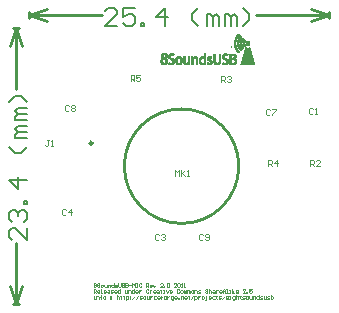
<source format=gto>
%FSLAX24Y24*%
%MOIN*%
G70*
G01*
G75*
%ADD10R,0.0433X0.0394*%
%ADD11R,0.0394X0.0433*%
%ADD12R,0.0827X0.0827*%
%ADD13O,0.0157X0.0094*%
%ADD14O,0.0094X0.0157*%
%ADD15C,0.0100*%
%ADD16C,0.1969*%
%ADD17C,0.0591*%
%ADD18C,0.0394*%
%ADD19C,0.0240*%
%ADD20R,0.0299X0.2835*%
%ADD21C,0.0098*%
%ADD22C,0.0005*%
%ADD23C,0.0020*%
%ADD24C,0.0060*%
D15*
X5926Y3531D02*
G03*
X5926Y3531I-1909J0D01*
G01*
X-1063Y8563D02*
X1378D01*
X6496D02*
X8937D01*
X-1063D02*
X-463Y8763D01*
X-1063Y8563D02*
X-463Y8363D01*
X8337Y8763D02*
X8937Y8563D01*
X8337Y8363D02*
X8937Y8563D01*
X-1063Y8463D02*
Y8663D01*
X8937Y8463D02*
Y8663D01*
X-1496Y-1063D02*
Y984D01*
Y6103D02*
Y8150D01*
X-1696Y-463D02*
X-1496Y-1063D01*
X-1296Y-463D01*
X-1696Y7550D02*
X-1496Y8150D01*
X-1296Y7550D01*
X-1596Y-1063D02*
X-1396D01*
X-1596Y8150D02*
X-1396D01*
D21*
X1056Y4300D02*
G03*
X1056Y4300I-49J0D01*
G01*
D22*
X5981Y6938D02*
X6439D01*
X5408D02*
X5487D01*
X5151D02*
X5230D01*
X4893D02*
X4967D01*
X4662D02*
X4730D01*
X4126D02*
X4184D01*
X3879D02*
X3947D01*
X3611D02*
X3690D01*
X3379D02*
X3458D01*
X5981Y6943D02*
X6439D01*
X5613D02*
X5755D01*
X5393D02*
X5503D01*
X5130D02*
X5251D01*
X4878D02*
X4983D01*
X4762D02*
X4814D01*
X4652D02*
X4746D01*
X4494D02*
X4546D01*
X4341D02*
X4389D01*
X4231D02*
X4278D01*
X4110D02*
X4199D01*
X3863D02*
X3963D01*
X3595D02*
X3705D01*
X3364D02*
X3479D01*
X5987Y6948D02*
X6434D01*
X5613D02*
X5776D01*
X5382D02*
X5519D01*
X5119D02*
X5261D01*
X4867D02*
X4993D01*
X4762D02*
X4814D01*
X4641D02*
X4757D01*
X4494D02*
X4546D01*
X4341D02*
X4389D01*
X4231D02*
X4278D01*
X4100D02*
X4205D01*
X3853D02*
X3973D01*
X3584D02*
X3721D01*
X3353D02*
X3490D01*
X5987Y6954D02*
X6434D01*
X5613D02*
X5787D01*
X5372D02*
X5524D01*
X5109D02*
X5272D01*
X4857D02*
X4998D01*
X4631D02*
X4814D01*
X4494D02*
X4546D01*
X4341D02*
X4389D01*
X4231D02*
X4278D01*
X4094D02*
X4215D01*
X3842D02*
X3984D01*
X3574D02*
X3726D01*
X3343D02*
X3495D01*
X5987Y6959D02*
X6434D01*
X5613D02*
X5797D01*
X5366D02*
X5535D01*
X5104D02*
X5277D01*
X4857D02*
X5004D01*
X4625D02*
X4814D01*
X4494D02*
X4546D01*
X4341D02*
X4389D01*
X4231D02*
X4278D01*
X4089D02*
X4220D01*
X3837D02*
X3989D01*
X3569D02*
X3737D01*
X3337D02*
X3506D01*
X5992Y6964D02*
X6428D01*
X5613D02*
X5803D01*
X5372D02*
X5540D01*
X5098D02*
X5282D01*
X4857D02*
X5009D01*
X4620D02*
X4814D01*
X4494D02*
X4546D01*
X4341D02*
X4389D01*
X4231D02*
X4278D01*
X4084D02*
X4226D01*
X3832D02*
X3994D01*
X3574D02*
X3742D01*
X3332D02*
X3511D01*
X5992Y6969D02*
X6428D01*
X5613D02*
X5808D01*
X5372D02*
X5545D01*
X5093D02*
X5288D01*
X4857D02*
X5014D01*
X4615D02*
X4814D01*
X4494D02*
X4546D01*
X4341D02*
X4389D01*
X4084D02*
X4278D01*
X3826D02*
X4000D01*
X3574D02*
X3747D01*
X3327D02*
X3516D01*
X5992Y6975D02*
X6428D01*
X5613D02*
X5813D01*
X5377D02*
X5550D01*
X5088D02*
X5293D01*
X4946D02*
X5014D01*
X4862D02*
X4925D01*
X4730D02*
X4814D01*
X4615D02*
X4704D01*
X4494D02*
X4546D01*
X4341D02*
X4389D01*
X4178D02*
X4278D01*
X4079D02*
X4157D01*
X3926D02*
X4005D01*
X3821D02*
X3900D01*
X3579D02*
X3753D01*
X3327D02*
X3516D01*
X5992Y6980D02*
X6423D01*
X5724D02*
X5819D01*
X5613D02*
X5677D01*
X5472D02*
X5550D01*
X5377D02*
X5440D01*
X5203D02*
X5298D01*
X5083D02*
X5177D01*
X4956D02*
X5020D01*
X4862D02*
X4909D01*
X4741D02*
X4814D01*
X4609D02*
X4683D01*
X4494D02*
X4546D01*
X4341D02*
X4389D01*
X4194D02*
X4278D01*
X4079D02*
X4142D01*
X3942D02*
X4010D01*
X3821D02*
X3884D01*
X3674D02*
X3753D01*
X3579D02*
X3642D01*
X3432D02*
X3521D01*
X3322D02*
X3411D01*
X5997Y6985D02*
X6423D01*
X5745D02*
X5824D01*
X5613D02*
X5666D01*
X5487D02*
X5556D01*
X5377D02*
X5419D01*
X5225D02*
X5303D01*
X5083D02*
X5161D01*
X4962D02*
X5020D01*
X4862D02*
X4899D01*
X4751D02*
X4814D01*
X4604D02*
X4673D01*
X4494D02*
X4546D01*
X4341D02*
X4389D01*
X4205D02*
X4278D01*
X4073D02*
X4136D01*
X3947D02*
X4010D01*
X3816D02*
X3879D01*
X3690D02*
X3758D01*
X3579D02*
X3621D01*
X3448D02*
X3527D01*
X3322D02*
X3395D01*
X6286Y6990D02*
X6423D01*
X5997D02*
X6255D01*
X5755D02*
X5829D01*
X5613D02*
X5666D01*
X5493D02*
X5556D01*
X5382D02*
X5408D01*
X5235D02*
X5303D01*
X5077D02*
X5151D01*
X4967D02*
X5020D01*
X4867D02*
X4888D01*
X4762D02*
X4814D01*
X4604D02*
X4667D01*
X4494D02*
X4546D01*
X4341D02*
X4389D01*
X4210D02*
X4278D01*
X4073D02*
X4131D01*
X3952D02*
X4015D01*
X3816D02*
X3874D01*
X3695D02*
X3758D01*
X3584D02*
X3611D01*
X3458D02*
X3527D01*
X3316D02*
X3385D01*
X6286Y6996D02*
X6423D01*
X5997D02*
X6255D01*
X5766D02*
X5829D01*
X5613D02*
X5666D01*
X5498D02*
X5561D01*
X5382D02*
X5398D01*
X5240D02*
X5309D01*
X5077D02*
X5146D01*
X4972D02*
X5025D01*
X4867D02*
X4878D01*
X4762D02*
X4814D01*
X4599D02*
X4662D01*
X4494D02*
X4546D01*
X4341D02*
X4389D01*
X4215D02*
X4278D01*
X4073D02*
X4126D01*
X3958D02*
X4015D01*
X3810D02*
X3868D01*
X3700D02*
X3763D01*
X3584D02*
X3600D01*
X3464D02*
X3527D01*
X3316D02*
X3379D01*
X6286Y7001D02*
X6418D01*
X6002D02*
X6229D01*
X5771D02*
X5834D01*
X5613D02*
X5666D01*
X5503D02*
X5561D01*
X5246D02*
X5309D01*
X5077D02*
X5140D01*
X4972D02*
X5025D01*
X4762D02*
X4814D01*
X4599D02*
X4657D01*
X4494D02*
X4546D01*
X4341D02*
X4389D01*
X4220D02*
X4278D01*
X4073D02*
X4126D01*
X3963D02*
X4021D01*
X3810D02*
X3863D01*
X3705D02*
X3763D01*
X3469D02*
X3532D01*
X3316D02*
X3374D01*
X6286Y7006D02*
X6418D01*
X6229D02*
X6234D01*
X6002D02*
X6218D01*
X5776D02*
X5834D01*
X5613D02*
X5666D01*
X5508D02*
X5566D01*
X5251D02*
X5309D01*
X5072D02*
X5135D01*
X4972D02*
X5025D01*
X4762D02*
X4814D01*
X4594D02*
X4652D01*
X4494D02*
X4546D01*
X4341D02*
X4389D01*
X4226D02*
X4278D01*
X4068D02*
X4121D01*
X3963D02*
X4021D01*
X3805D02*
X3863D01*
X3711D02*
X3768D01*
X3474D02*
X3532D01*
X3311D02*
X3374D01*
X6286Y7011D02*
X6418D01*
X6223D02*
X6255D01*
X6002D02*
X6213D01*
X5776D02*
X5834D01*
X5613D02*
X5666D01*
X5508D02*
X5566D01*
X5256D02*
X5314D01*
X5072D02*
X5130D01*
X4972D02*
X5025D01*
X4762D02*
X4814D01*
X4594D02*
X4652D01*
X4494D02*
X4546D01*
X4341D02*
X4389D01*
X4226D02*
X4278D01*
X4068D02*
X4121D01*
X3968D02*
X4021D01*
X3805D02*
X3858D01*
X3711D02*
X3768D01*
X3474D02*
X3532D01*
X3311D02*
X3369D01*
X6218Y7017D02*
X6413D01*
X6002D02*
X6207D01*
X5782D02*
X5840D01*
X5613D02*
X5666D01*
X5514D02*
X5566D01*
X5256D02*
X5314D01*
X5072D02*
X5130D01*
X4972D02*
X5025D01*
X4762D02*
X4814D01*
X4594D02*
X4646D01*
X4494D02*
X4546D01*
X4341D02*
X4389D01*
X4231D02*
X4278D01*
X4068D02*
X4121D01*
X3968D02*
X4026D01*
X3805D02*
X3858D01*
X3716D02*
X3768D01*
X3479D02*
X3537D01*
X3311D02*
X3369D01*
X6213Y7022D02*
X6413D01*
X6118D02*
X6202D01*
X6008D02*
X6097D01*
X5782D02*
X5840D01*
X5613D02*
X5666D01*
X5514D02*
X5566D01*
X5261D02*
X5314D01*
X5072D02*
X5125D01*
X4967D02*
X5025D01*
X4762D02*
X4814D01*
X4594D02*
X4646D01*
X4494D02*
X4546D01*
X4341D02*
X4389D01*
X4231D02*
X4278D01*
X4068D02*
X4121D01*
X3973D02*
X4026D01*
X3800D02*
X3853D01*
X3716D02*
X3768D01*
X3479D02*
X3537D01*
X3311D02*
X3364D01*
X6307Y7027D02*
X6413D01*
X6207D02*
X6302D01*
X6129D02*
X6197D01*
X6008D02*
X6097D01*
X5782D02*
X5840D01*
X5613D02*
X5666D01*
X5514D02*
X5566D01*
X5261D02*
X5314D01*
X5067D02*
X5125D01*
X4962D02*
X5020D01*
X4762D02*
X4814D01*
X4588D02*
X4646D01*
X4494D02*
X4546D01*
X4341D02*
X4389D01*
X4231D02*
X4278D01*
X4068D02*
X4121D01*
X3973D02*
X4026D01*
X3800D02*
X3853D01*
X3716D02*
X3768D01*
X3479D02*
X3537D01*
X3311D02*
X3364D01*
X6313Y7032D02*
X6413D01*
X6207D02*
X6302D01*
X6129D02*
X6197D01*
X6008D02*
X6092D01*
X5782D02*
X5840D01*
X5613D02*
X5666D01*
X5514D02*
X5566D01*
X5261D02*
X5314D01*
X5067D02*
X5125D01*
X4956D02*
X5020D01*
X4762D02*
X4814D01*
X4588D02*
X4641D01*
X4494D02*
X4546D01*
X4341D02*
X4389D01*
X4231D02*
X4278D01*
X4068D02*
X4121D01*
X3973D02*
X4026D01*
X3800D02*
X3853D01*
X3716D02*
X3768D01*
X3479D02*
X3537D01*
X3311D02*
X3364D01*
X6323Y7038D02*
X6407D01*
X6202D02*
X6307D01*
X6134D02*
X6186D01*
X6013D02*
X6092D01*
X5782D02*
X5840D01*
X5613D02*
X5666D01*
X5514D02*
X5566D01*
X5261D02*
X5314D01*
X5067D02*
X5119D01*
X4951D02*
X5020D01*
X4762D02*
X4814D01*
X4588D02*
X4641D01*
X4494D02*
X4546D01*
X4341D02*
X4389D01*
X4231D02*
X4278D01*
X4068D02*
X4121D01*
X3979D02*
X4031D01*
X3800D02*
X3853D01*
X3716D02*
X3768D01*
X3485D02*
X3537D01*
X3311D02*
X3364D01*
X6323Y7043D02*
X6407D01*
X6013D02*
X6092D01*
X5787D02*
X5840D01*
X5613D02*
X5666D01*
X5514D02*
X5566D01*
X5261D02*
X5314D01*
X5067D02*
X5119D01*
X4946D02*
X5014D01*
X4762D02*
X4814D01*
X4588D02*
X4641D01*
X4494D02*
X4546D01*
X4341D02*
X4389D01*
X4231D02*
X4278D01*
X4068D02*
X4121D01*
X3979D02*
X4031D01*
X3800D02*
X3853D01*
X3716D02*
X3768D01*
X3485D02*
X3537D01*
X3311D02*
X3364D01*
X6318Y7048D02*
X6407D01*
X6165D02*
X6302D01*
X6129D02*
X6160D01*
X6013D02*
X6092D01*
X5787D02*
X5840D01*
X5613D02*
X5666D01*
X5514D02*
X5566D01*
X5261D02*
X5314D01*
X5067D02*
X5119D01*
X4935D02*
X5014D01*
X4762D02*
X4814D01*
X4588D02*
X4641D01*
X4494D02*
X4546D01*
X4341D02*
X4389D01*
X4231D02*
X4278D01*
X4068D02*
X4121D01*
X3979D02*
X4031D01*
X3800D02*
X3853D01*
X3716D02*
X3768D01*
X3479D02*
X3537D01*
X3311D02*
X3364D01*
X6313Y7053D02*
X6402D01*
X6171D02*
X6302D01*
X6129D02*
X6165D01*
X6018D02*
X6092D01*
X5787D02*
X5840D01*
X5613D02*
X5666D01*
X5508D02*
X5566D01*
X5261D02*
X5314D01*
X5067D02*
X5119D01*
X4925D02*
X5009D01*
X4762D02*
X4814D01*
X4588D02*
X4641D01*
X4494D02*
X4546D01*
X4341D02*
X4389D01*
X4231D02*
X4278D01*
X4068D02*
X4121D01*
X3979D02*
X4031D01*
X3800D02*
X3847D01*
X3711D02*
X3768D01*
X3479D02*
X3537D01*
X3311D02*
X3364D01*
X6176Y7059D02*
X6402D01*
X6123D02*
X6171D01*
X6018D02*
X6102D01*
X5782D02*
X5840D01*
X5613D02*
X5666D01*
X5508D02*
X5566D01*
X5261D02*
X5314D01*
X5067D02*
X5119D01*
X4914D02*
X5004D01*
X4762D02*
X4814D01*
X4588D02*
X4641D01*
X4494D02*
X4546D01*
X4341D02*
X4389D01*
X4231D02*
X4278D01*
X4068D02*
X4121D01*
X3979D02*
X4031D01*
X3795D02*
X3847D01*
X3711D02*
X3768D01*
X3479D02*
X3537D01*
X3311D02*
X3364D01*
X6181Y7064D02*
X6402D01*
X6113D02*
X6176D01*
X6018D02*
X6108D01*
X5782D02*
X5840D01*
X5613D02*
X5666D01*
X5503D02*
X5561D01*
X5261D02*
X5314D01*
X5067D02*
X5119D01*
X4904D02*
X4998D01*
X4762D02*
X4814D01*
X4588D02*
X4641D01*
X4494D02*
X4546D01*
X4341D02*
X4389D01*
X4231D02*
X4278D01*
X4068D02*
X4121D01*
X3979D02*
X4031D01*
X3795D02*
X3847D01*
X3705D02*
X3763D01*
X3479D02*
X3532D01*
X3311D02*
X3369D01*
X6234Y7069D02*
X6402D01*
X6192D02*
X6229D01*
X6018D02*
X6181D01*
X5782D02*
X5834D01*
X5613D02*
X5666D01*
X5498D02*
X5561D01*
X5261D02*
X5314D01*
X5067D02*
X5119D01*
X4893D02*
X4993D01*
X4762D02*
X4814D01*
X4588D02*
X4641D01*
X4494D02*
X4546D01*
X4341D02*
X4389D01*
X4231D02*
X4278D01*
X4068D02*
X4121D01*
X3979D02*
X4031D01*
X3795D02*
X3847D01*
X3700D02*
X3763D01*
X3474D02*
X3532D01*
X3311D02*
X3369D01*
X6244Y7074D02*
X6397D01*
X6192D02*
X6223D01*
X6024D02*
X6186D01*
X5782D02*
X5834D01*
X5613D02*
X5666D01*
X5493D02*
X5561D01*
X5261D02*
X5314D01*
X5067D02*
X5119D01*
X4883D02*
X4983D01*
X4762D02*
X4814D01*
X4588D02*
X4641D01*
X4494D02*
X4546D01*
X4341D02*
X4389D01*
X4231D02*
X4278D01*
X4068D02*
X4121D01*
X3979D02*
X4031D01*
X3795D02*
X3847D01*
X3695D02*
X3763D01*
X3474D02*
X3532D01*
X3316D02*
X3369D01*
X6250Y7080D02*
X6397D01*
X6024D02*
X6192D01*
X5776D02*
X5834D01*
X5613D02*
X5666D01*
X5487D02*
X5556D01*
X5261D02*
X5314D01*
X5067D02*
X5119D01*
X4878D02*
X4972D01*
X4762D02*
X4814D01*
X4588D02*
X4641D01*
X4494D02*
X4546D01*
X4341D02*
X4389D01*
X4231D02*
X4278D01*
X4068D02*
X4121D01*
X3979D02*
X4031D01*
X3800D02*
X3847D01*
X3690D02*
X3758D01*
X3469D02*
X3527D01*
X3316D02*
X3374D01*
X6250Y7085D02*
X6397D01*
X6024D02*
X6197D01*
X5776D02*
X5829D01*
X5613D02*
X5666D01*
X5477D02*
X5556D01*
X5261D02*
X5314D01*
X5067D02*
X5119D01*
X4872D02*
X4962D01*
X4762D02*
X4814D01*
X4588D02*
X4641D01*
X4494D02*
X4546D01*
X4341D02*
X4389D01*
X4231D02*
X4278D01*
X4068D02*
X4121D01*
X3979D02*
X4031D01*
X3800D02*
X3853D01*
X3679D02*
X3758D01*
X3464D02*
X3527D01*
X3322D02*
X3379D01*
X6250Y7090D02*
X6391D01*
X6029D02*
X6229D01*
X5771D02*
X5829D01*
X5613D02*
X5666D01*
X5466D02*
X5550D01*
X5261D02*
X5314D01*
X5067D02*
X5119D01*
X4867D02*
X4951D01*
X4762D02*
X4814D01*
X4588D02*
X4641D01*
X4494D02*
X4546D01*
X4341D02*
X4389D01*
X4231D02*
X4278D01*
X4068D02*
X4121D01*
X3979D02*
X4031D01*
X3800D02*
X3853D01*
X3669D02*
X3753D01*
X3458D02*
X3521D01*
X3322D02*
X3379D01*
X6029Y7095D02*
X6391D01*
X5766D02*
X5824D01*
X5613D02*
X5666D01*
X5456D02*
X5545D01*
X5261D02*
X5314D01*
X5067D02*
X5119D01*
X4867D02*
X4941D01*
X4762D02*
X4814D01*
X4594D02*
X4646D01*
X4494D02*
X4546D01*
X4341D02*
X4389D01*
X4231D02*
X4278D01*
X4068D02*
X4121D01*
X3979D02*
X4031D01*
X3800D02*
X3853D01*
X3658D02*
X3747D01*
X3448D02*
X3521D01*
X3327D02*
X3385D01*
X6029Y7101D02*
X6391D01*
X5761D02*
X5819D01*
X5613D02*
X5666D01*
X5445D02*
X5545D01*
X5261D02*
X5314D01*
X5067D02*
X5119D01*
X4862D02*
X4930D01*
X4762D02*
X4814D01*
X4594D02*
X4646D01*
X4494D02*
X4546D01*
X4341D02*
X4389D01*
X4231D02*
X4278D01*
X4068D02*
X4121D01*
X3973D02*
X4026D01*
X3800D02*
X3853D01*
X3648D02*
X3747D01*
X3443D02*
X3516D01*
X3327D02*
X3390D01*
X6029Y7106D02*
X6391D01*
X5750D02*
X5819D01*
X5613D02*
X5666D01*
X5435D02*
X5540D01*
X5261D02*
X5314D01*
X5067D02*
X5119D01*
X4862D02*
X4920D01*
X4762D02*
X4814D01*
X4594D02*
X4646D01*
X4494D02*
X4546D01*
X4341D02*
X4389D01*
X4231D02*
X4278D01*
X4068D02*
X4121D01*
X3973D02*
X4026D01*
X3800D02*
X3853D01*
X3637D02*
X3742D01*
X3437D02*
X3511D01*
X3332D02*
X3400D01*
X6034Y7111D02*
X6386D01*
X5724D02*
X5808D01*
X5613D02*
X5666D01*
X5424D02*
X5529D01*
X5261D02*
X5314D01*
X5067D02*
X5119D01*
X4857D02*
X4914D01*
X4762D02*
X4814D01*
X4594D02*
X4652D01*
X4494D02*
X4546D01*
X4341D02*
X4389D01*
X4231D02*
X4278D01*
X4068D02*
X4121D01*
X3973D02*
X4026D01*
X3800D02*
X3858D01*
X3626D02*
X3732D01*
X3427D02*
X3506D01*
X3337D02*
X3406D01*
X6034Y7116D02*
X6386D01*
X5613D02*
X5803D01*
X5414D02*
X5524D01*
X5261D02*
X5314D01*
X5067D02*
X5119D01*
X4857D02*
X4914D01*
X4762D02*
X4814D01*
X4599D02*
X4652D01*
X4494D02*
X4541D01*
X4341D02*
X4389D01*
X4231D02*
X4278D01*
X4068D02*
X4121D01*
X3973D02*
X4026D01*
X3805D02*
X3858D01*
X3616D02*
X3726D01*
X3337D02*
X3500D01*
X6034Y7122D02*
X6386D01*
X5613D02*
X5792D01*
X5408D02*
X5514D01*
X5261D02*
X5314D01*
X5067D02*
X5119D01*
X4857D02*
X4909D01*
X4762D02*
X4814D01*
X4599D02*
X4657D01*
X4494D02*
X4541D01*
X4341D02*
X4389D01*
X4231D02*
X4278D01*
X4068D02*
X4121D01*
X3968D02*
X4026D01*
X3805D02*
X3858D01*
X3611D02*
X3716D01*
X3343D02*
X3495D01*
X6039Y7127D02*
X6381D01*
X5613D02*
X5782D01*
X5398D02*
X5508D01*
X5261D02*
X5314D01*
X5067D02*
X5119D01*
X4857D02*
X4909D01*
X4762D02*
X4814D01*
X4604D02*
X4657D01*
X4489D02*
X4541D01*
X4341D02*
X4389D01*
X4231D02*
X4278D01*
X4068D02*
X4121D01*
X3968D02*
X4021D01*
X3805D02*
X3863D01*
X3600D02*
X3711D01*
X3348D02*
X3490D01*
X6039Y7132D02*
X6381D01*
X5613D02*
X5766D01*
X5393D02*
X5493D01*
X5261D02*
X5314D01*
X5067D02*
X5119D01*
X4857D02*
X4909D01*
X4762D02*
X4814D01*
X4604D02*
X4662D01*
X4489D02*
X4541D01*
X4341D02*
X4394D01*
X4231D02*
X4278D01*
X4068D02*
X4121D01*
X3963D02*
X4021D01*
X3810D02*
X3863D01*
X3595D02*
X3695D01*
X3358D02*
X3479D01*
X6039Y7138D02*
X6381D01*
X5613D02*
X5776D01*
X5387D02*
X5482D01*
X5261D02*
X5314D01*
X5067D02*
X5119D01*
X4857D02*
X4909D01*
X4762D02*
X4814D01*
X4609D02*
X4667D01*
X4489D02*
X4541D01*
X4341D02*
X4399D01*
X4231D02*
X4278D01*
X4068D02*
X4121D01*
X3963D02*
X4015D01*
X3810D02*
X3868D01*
X3590D02*
X3684D01*
X3364D02*
X3474D01*
X6039Y7143D02*
X6376D01*
X5613D02*
X5787D01*
X5382D02*
X5472D01*
X5261D02*
X5314D01*
X5067D02*
X5119D01*
X4988D02*
X4998D01*
X4857D02*
X4909D01*
X4757D02*
X4814D01*
X4609D02*
X4673D01*
X4483D02*
X4541D01*
X4341D02*
X4404D01*
X4231D02*
X4278D01*
X4068D02*
X4121D01*
X3958D02*
X4015D01*
X3816D02*
X3874D01*
X3584D02*
X3674D01*
X3369D02*
X3485D01*
X6045Y7148D02*
X6376D01*
X5719D02*
X5792D01*
X5613D02*
X5666D01*
X5382D02*
X5461D01*
X5261D02*
X5314D01*
X5067D02*
X5119D01*
X4983D02*
X5004D01*
X4857D02*
X4914D01*
X4751D02*
X4814D01*
X4615D02*
X4678D01*
X4478D02*
X4536D01*
X4341D02*
X4410D01*
X4231D02*
X4278D01*
X4068D02*
X4121D01*
X3952D02*
X4010D01*
X3816D02*
X3879D01*
X3584D02*
X3663D01*
X3364D02*
X3490D01*
X6045Y7153D02*
X6376D01*
X5740D02*
X5797D01*
X5613D02*
X5666D01*
X5377D02*
X5451D01*
X5261D02*
X5314D01*
X5067D02*
X5119D01*
X4972D02*
X5004D01*
X4857D02*
X4920D01*
X4741D02*
X4814D01*
X4620D02*
X4688D01*
X4473D02*
X4536D01*
X4341D02*
X4420D01*
X4231D02*
X4278D01*
X4068D02*
X4121D01*
X3942D02*
X4010D01*
X3821D02*
X3889D01*
X3579D02*
X3653D01*
X3353D02*
X3495D01*
X6045Y7159D02*
X6376D01*
X5745D02*
X5803D01*
X5613D02*
X5666D01*
X5377D02*
X5445D01*
X5261D02*
X5314D01*
X5067D02*
X5119D01*
X4956D02*
X5004D01*
X4862D02*
X4935D01*
X4730D02*
X4814D01*
X4620D02*
X4704D01*
X4457D02*
X4536D01*
X4341D02*
X4436D01*
X4231D02*
X4278D01*
X4068D02*
X4121D01*
X3926D02*
X4005D01*
X3826D02*
X3905D01*
X3579D02*
X3648D01*
X3348D02*
X3500D01*
X6050Y7164D02*
X6370D01*
X5755D02*
X5808D01*
X5613D02*
X5666D01*
X5372D02*
X5435D01*
X5261D02*
X5314D01*
X5067D02*
X5119D01*
X4862D02*
X5009D01*
X4625D02*
X4814D01*
X4341D02*
X4531D01*
X4231D02*
X4278D01*
X4068D02*
X4121D01*
X3832D02*
X4000D01*
X3574D02*
X3637D01*
X3443D02*
X3500D01*
X3343D02*
X3427D01*
X6050Y7169D02*
X6370D01*
X5755D02*
X5808D01*
X5613D02*
X5666D01*
X5372D02*
X5430D01*
X5261D02*
X5314D01*
X5067D02*
X5119D01*
X4867D02*
X5009D01*
X4631D02*
X4814D01*
X4389D02*
X4525D01*
X4341D02*
X4383D01*
X4231D02*
X4278D01*
X4068D02*
X4121D01*
X3837D02*
X3994D01*
X3574D02*
X3632D01*
X3448D02*
X3506D01*
X3343D02*
X3421D01*
X6050Y7174D02*
X6370D01*
X5761D02*
X5813D01*
X5613D02*
X5666D01*
X5372D02*
X5430D01*
X5261D02*
X5314D01*
X5067D02*
X5119D01*
X4872D02*
X5009D01*
X4636D02*
X4814D01*
X4394D02*
X4525D01*
X4341D02*
X4383D01*
X4231D02*
X4278D01*
X4068D02*
X4121D01*
X3842D02*
X3989D01*
X3574D02*
X3632D01*
X3448D02*
X3511D01*
X3337D02*
X3411D01*
X6050Y7180D02*
X6365D01*
X5761D02*
X5813D01*
X5613D02*
X5666D01*
X5366D02*
X5424D01*
X5261D02*
X5314D01*
X5067D02*
X5119D01*
X4878D02*
X5014D01*
X4646D02*
X4814D01*
X4399D02*
X4520D01*
X4341D02*
X4383D01*
X4231D02*
X4278D01*
X4068D02*
X4121D01*
X3847D02*
X3984D01*
X3569D02*
X3626D01*
X3453D02*
X3511D01*
X3332D02*
X3406D01*
X6055Y7185D02*
X6365D01*
X5766D02*
X5819D01*
X5613D02*
X5666D01*
X5366D02*
X5424D01*
X5261D02*
X5314D01*
X5067D02*
X5119D01*
X4883D02*
X5004D01*
X4652D02*
X4814D01*
X4404D02*
X4515D01*
X4341D02*
X4378D01*
X4231D02*
X4278D01*
X4068D02*
X4121D01*
X3853D02*
X3979D01*
X3569D02*
X3626D01*
X3458D02*
X3516D01*
X3332D02*
X3400D01*
X6055Y7190D02*
X6365D01*
X5766D02*
X5819D01*
X5613D02*
X5666D01*
X5366D02*
X5419D01*
X5261D02*
X5314D01*
X5067D02*
X5119D01*
X4893D02*
X4988D01*
X4762D02*
X4814D01*
X4662D02*
X4751D01*
X4415D02*
X4504D01*
X4341D02*
X4378D01*
X4231D02*
X4278D01*
X4068D02*
X4121D01*
X3863D02*
X3968D01*
X3569D02*
X3621D01*
X3458D02*
X3516D01*
X3327D02*
X3390D01*
X6055Y7195D02*
X6365D01*
X5766D02*
X5819D01*
X5613D02*
X5666D01*
X5366D02*
X5419D01*
X5261D02*
X5314D01*
X5067D02*
X5119D01*
X4904D02*
X4972D01*
X4762D02*
X4814D01*
X4673D02*
X4741D01*
X4426D02*
X4489D01*
X3879D02*
X3952D01*
X3569D02*
X3621D01*
X3464D02*
X3521D01*
X3327D02*
X3390D01*
X6060Y7201D02*
X6360D01*
X5766D02*
X5819D01*
X5613D02*
X5666D01*
X5366D02*
X5419D01*
X5261D02*
X5314D01*
X5067D02*
X5119D01*
X4762D02*
X4814D01*
X3569D02*
X3621D01*
X3464D02*
X3521D01*
X3327D02*
X3385D01*
X6060Y7206D02*
X6360D01*
X5766D02*
X5819D01*
X5613D02*
X5666D01*
X5366D02*
X5419D01*
X5261D02*
X5314D01*
X5067D02*
X5119D01*
X4762D02*
X4814D01*
X3569D02*
X3621D01*
X3469D02*
X3521D01*
X3322D02*
X3379D01*
X6060Y7211D02*
X6360D01*
X5766D02*
X5819D01*
X5613D02*
X5666D01*
X5366D02*
X5419D01*
X5261D02*
X5314D01*
X5067D02*
X5119D01*
X4762D02*
X4814D01*
X3569D02*
X3621D01*
X3469D02*
X3521D01*
X3322D02*
X3379D01*
X6066Y7216D02*
X6355D01*
X5761D02*
X5819D01*
X5613D02*
X5666D01*
X5366D02*
X5419D01*
X5261D02*
X5314D01*
X5067D02*
X5119D01*
X4762D02*
X4814D01*
X3569D02*
X3621D01*
X3469D02*
X3521D01*
X3322D02*
X3379D01*
X6066Y7222D02*
X6355D01*
X5761D02*
X5819D01*
X5613D02*
X5666D01*
X5366D02*
X5424D01*
X5261D02*
X5314D01*
X5067D02*
X5119D01*
X4762D02*
X4814D01*
X3569D02*
X3626D01*
X3469D02*
X3521D01*
X3322D02*
X3374D01*
X6066Y7227D02*
X6355D01*
X5755D02*
X5813D01*
X5613D02*
X5666D01*
X5372D02*
X5424D01*
X5261D02*
X5314D01*
X5067D02*
X5119D01*
X4762D02*
X4814D01*
X3574D02*
X3626D01*
X3469D02*
X3521D01*
X3322D02*
X3379D01*
X6066Y7232D02*
X6355D01*
X5750D02*
X5813D01*
X5613D02*
X5666D01*
X5372D02*
X5430D01*
X5261D02*
X5314D01*
X5067D02*
X5119D01*
X4762D02*
X4814D01*
X3574D02*
X3632D01*
X3469D02*
X3521D01*
X3322D02*
X3379D01*
X6071Y7237D02*
X6349D01*
X5745D02*
X5813D01*
X5613D02*
X5666D01*
X5524D02*
X5535D01*
X5372D02*
X5435D01*
X5261D02*
X5314D01*
X5067D02*
X5119D01*
X4762D02*
X4814D01*
X3726D02*
X3737D01*
X3574D02*
X3637D01*
X3464D02*
X3521D01*
X3322D02*
X3379D01*
X6071Y7243D02*
X6349D01*
X5729D02*
X5808D01*
X5613D02*
X5666D01*
X5508D02*
X5540D01*
X5377D02*
X5440D01*
X5261D02*
X5314D01*
X5067D02*
X5119D01*
X4762D02*
X4814D01*
X3711D02*
X3742D01*
X3579D02*
X3642D01*
X3464D02*
X3521D01*
X3327D02*
X3379D01*
X6071Y7248D02*
X6349D01*
X5613D02*
X5808D01*
X5482D02*
X5540D01*
X5377D02*
X5456D01*
X5261D02*
X5314D01*
X5067D02*
X5119D01*
X4762D02*
X4814D01*
X3684D02*
X3742D01*
X3579D02*
X3658D01*
X3458D02*
X3521D01*
X3327D02*
X3385D01*
X6076Y7253D02*
X6344D01*
X5613D02*
X5803D01*
X5382D02*
X5540D01*
X5261D02*
X5314D01*
X5067D02*
X5119D01*
X4762D02*
X4814D01*
X3584D02*
X3742D01*
X3453D02*
X3516D01*
X3327D02*
X3390D01*
X6076Y7258D02*
X6344D01*
X5613D02*
X5797D01*
X5387D02*
X5545D01*
X5261D02*
X5314D01*
X5067D02*
X5119D01*
X4762D02*
X4814D01*
X3590D02*
X3747D01*
X3448D02*
X3516D01*
X3332D02*
X3395D01*
X6076Y7264D02*
X6344D01*
X5613D02*
X5792D01*
X5387D02*
X5545D01*
X5261D02*
X5314D01*
X5067D02*
X5119D01*
X4762D02*
X4814D01*
X3590D02*
X3747D01*
X3432D02*
X3516D01*
X3332D02*
X3411D01*
X6076Y7269D02*
X6344D01*
X5613D02*
X5787D01*
X5393D02*
X5550D01*
X5261D02*
X5314D01*
X5067D02*
X5119D01*
X4762D02*
X4814D01*
X3595D02*
X3753D01*
X3337D02*
X3511D01*
X6081Y7274D02*
X6339D01*
X5613D02*
X5776D01*
X5403D02*
X5550D01*
X5261D02*
X5314D01*
X5067D02*
X5119D01*
X4762D02*
X4814D01*
X3605D02*
X3753D01*
X3337D02*
X3506D01*
X6081Y7279D02*
X6339D01*
X5613D02*
X5766D01*
X5408D02*
X5545D01*
X5261D02*
X5314D01*
X5067D02*
X5119D01*
X4762D02*
X4814D01*
X3611D02*
X3747D01*
X3343D02*
X3506D01*
X6081Y7285D02*
X6339D01*
X5613D02*
X5750D01*
X5419D02*
X5535D01*
X5261D02*
X5314D01*
X5067D02*
X5119D01*
X4762D02*
X4814D01*
X3621D02*
X3737D01*
X3348D02*
X3500D01*
X6087Y7290D02*
X6334D01*
X5435D02*
X5514D01*
X4762D02*
X4814D01*
X3637D02*
X3716D01*
X3353D02*
X3495D01*
X6087Y7295D02*
X6334D01*
X4762D02*
X4814D01*
X3364D02*
X3485D01*
X6087Y7300D02*
X6334D01*
X3374D02*
X3474D01*
X6087Y7306D02*
X6328D01*
X3390D02*
X3458D01*
X6092Y7311D02*
X6328D01*
X6092Y7316D02*
X6328D01*
X6092Y7321D02*
X6328D01*
X6097Y7327D02*
X6323D01*
X5897D02*
X5908D01*
X6097Y7332D02*
X6323D01*
X5892D02*
X5913D01*
X6097Y7337D02*
X6323D01*
X5887D02*
X5918D01*
X6102Y7343D02*
X6318D01*
X5882D02*
X5924D01*
X6102Y7348D02*
X6318D01*
X5876D02*
X5929D01*
X6102Y7353D02*
X6318D01*
X5871D02*
X5934D01*
X6102Y7358D02*
X6318D01*
X5866D02*
X5934D01*
X6108Y7364D02*
X6313D01*
X5866D02*
X5934D01*
X6108Y7369D02*
X6313D01*
X5861D02*
X5929D01*
X6108Y7374D02*
X6313D01*
X5855D02*
X5924D01*
X6113Y7379D02*
X6307D01*
X5850D02*
X5918D01*
X6113Y7385D02*
X6307D01*
X5845D02*
X5913D01*
X6113Y7390D02*
X6307D01*
X5845D02*
X5908D01*
X6113Y7395D02*
X6307D01*
X5840D02*
X5903D01*
X6118Y7400D02*
X6302D01*
X5971D02*
X5981D01*
X5834D02*
X5897D01*
X6118Y7406D02*
X6302D01*
X5966D02*
X5987D01*
X5829D02*
X5892D01*
X6118Y7411D02*
X6302D01*
X5960D02*
X5992D01*
X5829D02*
X5892D01*
X6123Y7416D02*
X6297D01*
X5955D02*
X5997D01*
X5824D02*
X5887D01*
X6123Y7421D02*
X6297D01*
X5950D02*
X6002D01*
X5824D02*
X5882D01*
X6123Y7427D02*
X6297D01*
X5945D02*
X6008D01*
X5819D02*
X5876D01*
X6123Y7432D02*
X6292D01*
X5939D02*
X6013D01*
X5813D02*
X5876D01*
X6129Y7437D02*
X6292D01*
X5934D02*
X6018D01*
X5813D02*
X5871D01*
X6129Y7442D02*
X6292D01*
X5934D02*
X6024D01*
X5808D02*
X5866D01*
X6129Y7448D02*
X6292D01*
X5929D02*
X6029D01*
X5808D02*
X5866D01*
X6134Y7453D02*
X6286D01*
X5924D02*
X6034D01*
X5803D02*
X5861D01*
X6134Y7458D02*
X6286D01*
X5918D02*
X6039D01*
X5803D02*
X5861D01*
X6134Y7463D02*
X6286D01*
X5918D02*
X6045D01*
X5797D02*
X5855D01*
X6134Y7469D02*
X6281D01*
X5981D02*
X6050D01*
X5913D02*
X5976D01*
X5797D02*
X5850D01*
X6139Y7474D02*
X6281D01*
X5987D02*
X6055D01*
X5913D02*
X5971D01*
X5797D02*
X5850D01*
X6139Y7479D02*
X6281D01*
X5992D02*
X6060D01*
X5908D02*
X5966D01*
X5792D02*
X5845D01*
X6223Y7484D02*
X6281D01*
X6139D02*
X6192D01*
X5997D02*
X6066D01*
X5903D02*
X5966D01*
X5792D02*
X5845D01*
X6260Y7490D02*
X6276D01*
X6144D02*
X6155D01*
X6002D02*
X6071D01*
X5903D02*
X5960D01*
X5787D02*
X5845D01*
X6008Y7495D02*
X6076D01*
X5897D02*
X5955D01*
X5787D02*
X5840D01*
X6013Y7500D02*
X6081D01*
X5897D02*
X5955D01*
X5787D02*
X5840D01*
X6008Y7505D02*
X6076D01*
X5892D02*
X5950D01*
X5782D02*
X5834D01*
X6002Y7511D02*
X6071D01*
X5892D02*
X5945D01*
X5782D02*
X5834D01*
X5997Y7516D02*
X6066D01*
X5892D02*
X5945D01*
X5782D02*
X5834D01*
X5997Y7521D02*
X6060D01*
X5887D02*
X5939D01*
X5776D02*
X5829D01*
X5666D02*
X5677D01*
X5992Y7527D02*
X6055D01*
X5887D02*
X5939D01*
X5776D02*
X5829D01*
X5671D02*
X5677D01*
X5992Y7532D02*
X6050D01*
X5882D02*
X5939D01*
X5776D02*
X5829D01*
X6113Y7537D02*
X6118D01*
X5987D02*
X6045D01*
X5882D02*
X5934D01*
X5776D02*
X5824D01*
X6108Y7542D02*
X6123D01*
X5987D02*
X6045D01*
X5882D02*
X5934D01*
X5771D02*
X5824D01*
X6102Y7548D02*
X6129D01*
X5981D02*
X6039D01*
X5876D02*
X5929D01*
X5771D02*
X5824D01*
X6097Y7553D02*
X6134D01*
X5981D02*
X6034D01*
X5876D02*
X5929D01*
X5771D02*
X5824D01*
X6092Y7558D02*
X6139D01*
X5976D02*
X6034D01*
X5876D02*
X5929D01*
X5771D02*
X5819D01*
X6087Y7563D02*
X6144D01*
X5976D02*
X6029D01*
X5876D02*
X5924D01*
X5771D02*
X5819D01*
X6081Y7569D02*
X6150D01*
X5976D02*
X6029D01*
X5871D02*
X5924D01*
X5766D02*
X5819D01*
X6202Y7574D02*
X6229D01*
X6081D02*
X6150D01*
X5971D02*
X6024D01*
X5871D02*
X5924D01*
X5766D02*
X5819D01*
X6186Y7579D02*
X6244D01*
X6076D02*
X6139D01*
X5971D02*
X6024D01*
X5871D02*
X5924D01*
X5766D02*
X5819D01*
X6176Y7584D02*
X6255D01*
X6071D02*
X6134D01*
X5971D02*
X6024D01*
X5871D02*
X5918D01*
X5766D02*
X5813D01*
X6171Y7590D02*
X6260D01*
X6071D02*
X6129D01*
X5971D02*
X6018D01*
X5871D02*
X5918D01*
X5766D02*
X5813D01*
X6165Y7595D02*
X6265D01*
X6071D02*
X6123D01*
X5966D02*
X6018D01*
X5871D02*
X5918D01*
X5766D02*
X5813D01*
X6160Y7600D02*
X6271D01*
X6066D02*
X6123D01*
X5966D02*
X6018D01*
X5866D02*
X5918D01*
X5766D02*
X5813D01*
X6160Y7605D02*
X6271D01*
X6066D02*
X6118D01*
X5966D02*
X6018D01*
X5866D02*
X5918D01*
X5766D02*
X5813D01*
X6155Y7611D02*
X6276D01*
X6066D02*
X6118D01*
X5966D02*
X6013D01*
X5866D02*
X5918D01*
X5766D02*
X5813D01*
X6155Y7616D02*
X6276D01*
X6066D02*
X6113D01*
X5966D02*
X6013D01*
X5866D02*
X5913D01*
X5766D02*
X5813D01*
X6155Y7621D02*
X6276D01*
X6060D02*
X6113D01*
X5966D02*
X6013D01*
X5866D02*
X5913D01*
X5761D02*
X5813D01*
X6150Y7626D02*
X6281D01*
X6060D02*
X6113D01*
X5966D02*
X6013D01*
X5866D02*
X5913D01*
X5761D02*
X5813D01*
X6150Y7632D02*
X6281D01*
X6060D02*
X6113D01*
X5966D02*
X6013D01*
X5866D02*
X5913D01*
X5761D02*
X5813D01*
X6150Y7637D02*
X6281D01*
X6060D02*
X6108D01*
X5966D02*
X6013D01*
X5866D02*
X5913D01*
X5761D02*
X5813D01*
X6150Y7642D02*
X6281D01*
X6060D02*
X6113D01*
X5966D02*
X6013D01*
X5866D02*
X5913D01*
X5761D02*
X5813D01*
X6150Y7647D02*
X6281D01*
X6060D02*
X6113D01*
X5966D02*
X6013D01*
X5866D02*
X5913D01*
X5761D02*
X5813D01*
X6150Y7653D02*
X6276D01*
X6060D02*
X6113D01*
X5966D02*
X6013D01*
X5866D02*
X5913D01*
X5761D02*
X5813D01*
X6155Y7658D02*
X6276D01*
X6066D02*
X6113D01*
X5966D02*
X6013D01*
X5866D02*
X5913D01*
X5766D02*
X5813D01*
X6155Y7663D02*
X6276D01*
X6066D02*
X6113D01*
X5966D02*
X6013D01*
X5866D02*
X5913D01*
X5766D02*
X5813D01*
X6160Y7668D02*
X6271D01*
X6066D02*
X6118D01*
X5966D02*
X6013D01*
X5866D02*
X5918D01*
X5766D02*
X5813D01*
X6160Y7674D02*
X6271D01*
X6066D02*
X6118D01*
X5966D02*
X6018D01*
X5866D02*
X5918D01*
X5766D02*
X5813D01*
X6165Y7679D02*
X6265D01*
X6071D02*
X6123D01*
X5966D02*
X6018D01*
X5871D02*
X5918D01*
X5766D02*
X5813D01*
X6171Y7684D02*
X6260D01*
X6071D02*
X6129D01*
X5971D02*
X6018D01*
X5871D02*
X5918D01*
X5766D02*
X5813D01*
X6176Y7689D02*
X6255D01*
X6071D02*
X6134D01*
X5971D02*
X6024D01*
X5871D02*
X5918D01*
X5766D02*
X5813D01*
X6181Y7695D02*
X6250D01*
X6076D02*
X6139D01*
X5971D02*
X6024D01*
X5871D02*
X5918D01*
X5766D02*
X5813D01*
X6197Y7700D02*
X6234D01*
X6076D02*
X6144D01*
X5971D02*
X6024D01*
X5871D02*
X5924D01*
X5766D02*
X5819D01*
X6081Y7705D02*
X6150D01*
X5976D02*
X6029D01*
X5871D02*
X5924D01*
X5766D02*
X5819D01*
X6076Y7710D02*
X6144D01*
X5976D02*
X6029D01*
X5876D02*
X5924D01*
X5771D02*
X5819D01*
X6071Y7716D02*
X6139D01*
X5976D02*
X6034D01*
X5876D02*
X5929D01*
X5771D02*
X5819D01*
X6066Y7721D02*
X6134D01*
X5981D02*
X6034D01*
X5876D02*
X5929D01*
X5771D02*
X5819D01*
X6060Y7726D02*
X6129D01*
X5981D02*
X6039D01*
X5876D02*
X5929D01*
X5771D02*
X5824D01*
X6055Y7732D02*
X6123D01*
X5987D02*
X6039D01*
X5882D02*
X5934D01*
X5771D02*
X5824D01*
X6050Y7737D02*
X6118D01*
X5987D02*
X6045D01*
X5882D02*
X5934D01*
X5776D02*
X5824D01*
X5992Y7742D02*
X6113D01*
X5882D02*
X5934D01*
X5776D02*
X5829D01*
X5992Y7747D02*
X6108D01*
X5887D02*
X5939D01*
X5776D02*
X5829D01*
X5997Y7753D02*
X6102D01*
X5887D02*
X5939D01*
X5776D02*
X5829D01*
X5997Y7758D02*
X6097D01*
X5887D02*
X5945D01*
X5782D02*
X5834D01*
X6002Y7763D02*
X6092D01*
X5892D02*
X5945D01*
X5782D02*
X5834D01*
X6008Y7768D02*
X6087D01*
X5892D02*
X5950D01*
X5782D02*
X5834D01*
X6008Y7774D02*
X6081D01*
X5897D02*
X5950D01*
X5787D02*
X5840D01*
X6013Y7779D02*
X6076D01*
X5897D02*
X5955D01*
X5787D02*
X5840D01*
X6018Y7784D02*
X6071D01*
X5903D02*
X5960D01*
X5787D02*
X5840D01*
X6024Y7789D02*
X6066D01*
X5903D02*
X5960D01*
X5792D02*
X5845D01*
X6029Y7795D02*
X6060D01*
X5908D02*
X5966D01*
X5792D02*
X5845D01*
X6034Y7800D02*
X6055D01*
X5908D02*
X5971D01*
X5792D02*
X5850D01*
X6039Y7805D02*
X6050D01*
X5913D02*
X5976D01*
X5797D02*
X5850D01*
X5918Y7810D02*
X5976D01*
X5797D02*
X5855D01*
X5918Y7816D02*
X5981D01*
X5803D02*
X5855D01*
X5924Y7821D02*
X5987D01*
X5803D02*
X5861D01*
X5929Y7826D02*
X5992D01*
X5808D02*
X5866D01*
X5929Y7831D02*
X5997D01*
X5808D02*
X5866D01*
X5934Y7837D02*
X6002D01*
X5813D02*
X5871D01*
X5939Y7842D02*
X6008D01*
X5813D02*
X5871D01*
X5939Y7847D02*
X6008D01*
X5819D02*
X5876D01*
X5934Y7852D02*
X6002D01*
X5819D02*
X5882D01*
X5929Y7858D02*
X5997D01*
X5824D02*
X5887D01*
X5924Y7863D02*
X5992D01*
X5829D02*
X5887D01*
X5918Y7868D02*
X5987D01*
X5829D02*
X5892D01*
X5913Y7873D02*
X5981D01*
X5834D02*
X5897D01*
X5908Y7879D02*
X5976D01*
X5840D02*
X5903D01*
X5840Y7884D02*
X5971D01*
X5845Y7889D02*
X5966D01*
X5850Y7894D02*
X5960D01*
X5855Y7900D02*
X5955D01*
X5855Y7905D02*
X5950D01*
X5861Y7910D02*
X5945D01*
X5866Y7915D02*
X5939D01*
X5871Y7921D02*
X5934D01*
X5876Y7926D02*
X5929D01*
X5882Y7931D02*
X5924D01*
X5887Y7937D02*
X5918D01*
X5892Y7942D02*
X5913D01*
X5897Y7947D02*
X5908D01*
D23*
X3811Y3195D02*
Y3392D01*
X3876Y3326D01*
X3942Y3392D01*
Y3195D01*
X4008Y3392D02*
Y3195D01*
Y3261D01*
X4139Y3392D01*
X4040Y3293D01*
X4139Y3195D01*
X4204D02*
X4270D01*
X4237D01*
Y3392D01*
X4204Y3359D01*
X8401Y5432D02*
X8368Y5465D01*
X8302D01*
X8270Y5432D01*
Y5301D01*
X8302Y5268D01*
X8368D01*
X8401Y5301D01*
X8466Y5268D02*
X8532D01*
X8499D01*
Y5465D01*
X8466Y5432D01*
X3265Y1223D02*
X3232Y1256D01*
X3167D01*
X3134Y1223D01*
Y1092D01*
X3167Y1059D01*
X3232D01*
X3265Y1092D01*
X3331Y1223D02*
X3363Y1256D01*
X3429D01*
X3462Y1223D01*
Y1190D01*
X3429Y1157D01*
X3396D01*
X3429D01*
X3462Y1125D01*
Y1092D01*
X3429Y1059D01*
X3363D01*
X3331Y1092D01*
X169Y2056D02*
X136Y2089D01*
X70D01*
X37Y2056D01*
Y1925D01*
X70Y1892D01*
X136D01*
X169Y1925D01*
X333Y1892D02*
Y2089D01*
X234Y1990D01*
X365D01*
X6958Y5418D02*
X6925Y5451D01*
X6860D01*
X6827Y5418D01*
Y5287D01*
X6860Y5254D01*
X6925D01*
X6958Y5287D01*
X7024Y5451D02*
X7155D01*
Y5418D01*
X7024Y5287D01*
Y5254D01*
X275Y5540D02*
X242Y5573D01*
X177D01*
X144Y5540D01*
Y5409D01*
X177Y5376D01*
X242D01*
X275Y5409D01*
X340Y5540D02*
X373Y5573D01*
X439D01*
X472Y5540D01*
Y5507D01*
X439Y5474D01*
X472Y5442D01*
Y5409D01*
X439Y5376D01*
X373D01*
X340Y5409D01*
Y5442D01*
X373Y5474D01*
X340Y5507D01*
Y5540D01*
X373Y5474D02*
X439D01*
X4739Y1247D02*
X4707Y1279D01*
X4641D01*
X4608Y1247D01*
Y1115D01*
X4641Y1083D01*
X4707D01*
X4739Y1115D01*
X4805D02*
X4838Y1083D01*
X4903D01*
X4936Y1115D01*
Y1247D01*
X4903Y1279D01*
X4838D01*
X4805Y1247D01*
Y1214D01*
X4838Y1181D01*
X4936D01*
X8307Y3543D02*
Y3740D01*
X8405D01*
X8438Y3707D01*
Y3642D01*
X8405Y3609D01*
X8307D01*
X8373D02*
X8438Y3543D01*
X8635D02*
X8504D01*
X8635Y3674D01*
Y3707D01*
X8602Y3740D01*
X8537D01*
X8504Y3707D01*
X5337Y6344D02*
Y6541D01*
X5435D01*
X5468Y6508D01*
Y6443D01*
X5435Y6410D01*
X5337D01*
X5402D02*
X5468Y6344D01*
X5533Y6508D02*
X5566Y6541D01*
X5632D01*
X5665Y6508D01*
Y6476D01*
X5632Y6443D01*
X5599D01*
X5632D01*
X5665Y6410D01*
Y6377D01*
X5632Y6344D01*
X5566D01*
X5533Y6377D01*
X6909Y3543D02*
Y3740D01*
X7008D01*
X7041Y3707D01*
Y3642D01*
X7008Y3609D01*
X6909D01*
X6975D02*
X7041Y3543D01*
X7205D02*
Y3740D01*
X7106Y3642D01*
X7237D01*
X2317Y6364D02*
Y6561D01*
X2415D01*
X2448Y6528D01*
Y6463D01*
X2415Y6430D01*
X2317D01*
X2383D02*
X2448Y6364D01*
X2645Y6561D02*
X2514D01*
Y6463D01*
X2579Y6495D01*
X2612D01*
X2645Y6463D01*
Y6397D01*
X2612Y6364D01*
X2547D01*
X2514Y6397D01*
X-399Y4411D02*
X-465D01*
X-432D01*
Y4247D01*
X-465Y4214D01*
X-498D01*
X-530Y4247D01*
X-334Y4214D02*
X-268D01*
X-301D01*
Y4411D01*
X-334Y4378D01*
X1083Y-886D02*
X1122D01*
X1102D01*
Y-807D01*
X1083D01*
X1181Y-886D02*
Y-807D01*
X1240D01*
X1260Y-827D01*
Y-886D01*
X1319D02*
Y-787D01*
Y-827D01*
X1299D01*
X1338D01*
X1319D01*
Y-787D01*
X1338Y-768D01*
X1417Y-886D02*
X1457D01*
X1476Y-866D01*
Y-827D01*
X1457Y-807D01*
X1417D01*
X1398Y-827D01*
Y-866D01*
X1417Y-886D01*
X1634Y-807D02*
X1653D01*
Y-827D01*
X1634D01*
Y-807D01*
Y-866D02*
X1653D01*
Y-886D01*
X1634D01*
Y-866D01*
X1850Y-768D02*
Y-886D01*
Y-827D01*
X1870Y-807D01*
X1909D01*
X1929Y-827D01*
Y-886D01*
X1988Y-787D02*
Y-807D01*
X1968D01*
X2008D01*
X1988D01*
Y-866D01*
X2008Y-886D01*
X2086Y-787D02*
Y-807D01*
X2067D01*
X2106D01*
X2086D01*
Y-866D01*
X2106Y-886D01*
X2165Y-925D02*
Y-807D01*
X2224D01*
X2244Y-827D01*
Y-866D01*
X2224Y-886D01*
X2165D01*
X2283Y-807D02*
X2303D01*
Y-827D01*
X2283D01*
Y-807D01*
Y-866D02*
X2303D01*
Y-886D01*
X2283D01*
Y-866D01*
X2381Y-886D02*
X2460Y-807D01*
X2500Y-886D02*
X2578Y-807D01*
X2618Y-886D02*
X2677D01*
X2696Y-866D01*
X2677Y-846D01*
X2637D01*
X2618Y-827D01*
X2637Y-807D01*
X2696D01*
X2755Y-886D02*
X2795D01*
X2814Y-866D01*
Y-827D01*
X2795Y-807D01*
X2755D01*
X2736Y-827D01*
Y-866D01*
X2755Y-886D01*
X2854Y-807D02*
Y-866D01*
X2873Y-886D01*
X2932D01*
Y-807D01*
X2972D02*
Y-886D01*
Y-846D01*
X2992Y-827D01*
X3011Y-807D01*
X3031D01*
X3169D02*
X3110D01*
X3090Y-827D01*
Y-866D01*
X3110Y-886D01*
X3169D01*
X3267D02*
X3228D01*
X3208Y-866D01*
Y-827D01*
X3228Y-807D01*
X3267D01*
X3287Y-827D01*
Y-846D01*
X3208D01*
X3346Y-886D02*
Y-787D01*
Y-827D01*
X3326D01*
X3365D01*
X3346D01*
Y-787D01*
X3365Y-768D01*
X3444Y-886D02*
X3483D01*
X3503Y-866D01*
Y-827D01*
X3483Y-807D01*
X3444D01*
X3424Y-827D01*
Y-866D01*
X3444Y-886D01*
X3543Y-807D02*
Y-886D01*
Y-846D01*
X3562Y-827D01*
X3582Y-807D01*
X3602D01*
X3700Y-925D02*
X3720D01*
X3739Y-906D01*
Y-807D01*
X3680D01*
X3661Y-827D01*
Y-866D01*
X3680Y-886D01*
X3739D01*
X3838D02*
X3798D01*
X3779Y-866D01*
Y-827D01*
X3798Y-807D01*
X3838D01*
X3857Y-827D01*
Y-846D01*
X3779D01*
X3897Y-886D02*
Y-866D01*
X3916D01*
Y-886D01*
X3897D01*
X3995D02*
Y-807D01*
X4054D01*
X4074Y-827D01*
Y-886D01*
X4172D02*
X4133D01*
X4113Y-866D01*
Y-827D01*
X4133Y-807D01*
X4172D01*
X4192Y-827D01*
Y-846D01*
X4113D01*
X4251Y-787D02*
Y-807D01*
X4231D01*
X4271D01*
X4251D01*
Y-866D01*
X4271Y-886D01*
X4330D02*
X4408Y-807D01*
X4448Y-925D02*
Y-807D01*
X4507D01*
X4526Y-827D01*
Y-866D01*
X4507Y-886D01*
X4448D01*
X4566Y-807D02*
Y-886D01*
Y-846D01*
X4585Y-827D01*
X4605Y-807D01*
X4625D01*
X4704Y-886D02*
X4743D01*
X4763Y-866D01*
Y-827D01*
X4743Y-807D01*
X4704D01*
X4684Y-827D01*
Y-866D01*
X4704Y-886D01*
X4802Y-925D02*
X4822D01*
X4841Y-906D01*
Y-807D01*
X4979Y-886D02*
X4940D01*
X4920Y-866D01*
Y-827D01*
X4940Y-807D01*
X4979D01*
X4999Y-827D01*
Y-846D01*
X4920D01*
X5117Y-807D02*
X5058D01*
X5038Y-827D01*
Y-866D01*
X5058Y-886D01*
X5117D01*
X5176Y-787D02*
Y-807D01*
X5156D01*
X5196D01*
X5176D01*
Y-866D01*
X5196Y-886D01*
X5255D02*
X5314D01*
X5333Y-866D01*
X5314Y-846D01*
X5274D01*
X5255Y-827D01*
X5274Y-807D01*
X5333D01*
X5373Y-886D02*
X5451Y-807D01*
X5550Y-886D02*
X5510D01*
X5491Y-866D01*
Y-827D01*
X5510Y-807D01*
X5550D01*
X5569Y-827D01*
Y-846D01*
X5491D01*
X5609Y-886D02*
X5648D01*
X5628D01*
Y-807D01*
X5609D01*
X5747Y-925D02*
X5766D01*
X5786Y-906D01*
Y-807D01*
X5727D01*
X5707Y-827D01*
Y-866D01*
X5727Y-886D01*
X5786D01*
X5825Y-768D02*
Y-886D01*
Y-827D01*
X5845Y-807D01*
X5884D01*
X5904Y-827D01*
Y-886D01*
X5963Y-787D02*
Y-807D01*
X5943D01*
X5983D01*
X5963D01*
Y-866D01*
X5983Y-886D01*
X6042D02*
X6101D01*
X6120Y-866D01*
X6101Y-846D01*
X6061D01*
X6042Y-827D01*
X6061Y-807D01*
X6120D01*
X6179Y-886D02*
X6219D01*
X6238Y-866D01*
Y-827D01*
X6219Y-807D01*
X6179D01*
X6160Y-827D01*
Y-866D01*
X6179Y-886D01*
X6278Y-807D02*
Y-866D01*
X6298Y-886D01*
X6357D01*
Y-807D01*
X6396Y-886D02*
Y-807D01*
X6455D01*
X6475Y-827D01*
Y-886D01*
X6593Y-768D02*
Y-886D01*
X6534D01*
X6514Y-866D01*
Y-827D01*
X6534Y-807D01*
X6593D01*
X6632Y-886D02*
X6691D01*
X6711Y-866D01*
X6691Y-846D01*
X6652D01*
X6632Y-827D01*
X6652Y-807D01*
X6711D01*
X6750D02*
Y-866D01*
X6770Y-886D01*
X6829D01*
Y-807D01*
X6868Y-886D02*
X6927D01*
X6947Y-866D01*
X6927Y-846D01*
X6888D01*
X6868Y-827D01*
X6888Y-807D01*
X6947D01*
X6986Y-768D02*
Y-886D01*
X7045D01*
X7065Y-866D01*
Y-846D01*
Y-827D01*
X7045Y-807D01*
X6986D01*
X1083Y-689D02*
Y-571D01*
X1142D01*
X1161Y-591D01*
Y-630D01*
X1142Y-650D01*
X1083D01*
X1122D02*
X1161Y-689D01*
X1260D02*
X1220D01*
X1201Y-669D01*
Y-630D01*
X1220Y-610D01*
X1260D01*
X1279Y-630D01*
Y-650D01*
X1201D01*
X1319Y-689D02*
X1358D01*
X1338D01*
Y-571D01*
X1319D01*
X1476Y-689D02*
X1437D01*
X1417Y-669D01*
Y-630D01*
X1437Y-610D01*
X1476D01*
X1496Y-630D01*
Y-650D01*
X1417D01*
X1555Y-610D02*
X1594D01*
X1614Y-630D01*
Y-689D01*
X1555D01*
X1535Y-669D01*
X1555Y-650D01*
X1614D01*
X1653Y-689D02*
X1712D01*
X1732Y-669D01*
X1712Y-650D01*
X1673D01*
X1653Y-630D01*
X1673Y-610D01*
X1732D01*
X1830Y-689D02*
X1791D01*
X1771Y-669D01*
Y-630D01*
X1791Y-610D01*
X1830D01*
X1850Y-630D01*
Y-650D01*
X1771D01*
X1968Y-571D02*
Y-689D01*
X1909D01*
X1890Y-669D01*
Y-630D01*
X1909Y-610D01*
X1968D01*
X2126D02*
Y-669D01*
X2145Y-689D01*
X2204D01*
Y-610D01*
X2244Y-689D02*
Y-610D01*
X2303D01*
X2322Y-630D01*
Y-689D01*
X2440Y-571D02*
Y-689D01*
X2381D01*
X2362Y-669D01*
Y-630D01*
X2381Y-610D01*
X2440D01*
X2539Y-689D02*
X2500D01*
X2480Y-669D01*
Y-630D01*
X2500Y-610D01*
X2539D01*
X2559Y-630D01*
Y-650D01*
X2480D01*
X2598Y-610D02*
Y-689D01*
Y-650D01*
X2618Y-630D01*
X2637Y-610D01*
X2657D01*
X2913Y-591D02*
X2893Y-571D01*
X2854D01*
X2834Y-591D01*
Y-669D01*
X2854Y-689D01*
X2893D01*
X2913Y-669D01*
X2952Y-610D02*
Y-689D01*
Y-650D01*
X2972Y-630D01*
X2992Y-610D01*
X3011D01*
X3129Y-689D02*
X3090D01*
X3070Y-669D01*
Y-630D01*
X3090Y-610D01*
X3129D01*
X3149Y-630D01*
Y-650D01*
X3070D01*
X3208Y-610D02*
X3247D01*
X3267Y-630D01*
Y-689D01*
X3208D01*
X3188Y-669D01*
X3208Y-650D01*
X3267D01*
X3326Y-591D02*
Y-610D01*
X3306D01*
X3346D01*
X3326D01*
Y-669D01*
X3346Y-689D01*
X3405D02*
X3444D01*
X3424D01*
Y-610D01*
X3405D01*
X3503D02*
X3543Y-689D01*
X3582Y-610D01*
X3680Y-689D02*
X3641D01*
X3621Y-669D01*
Y-630D01*
X3641Y-610D01*
X3680D01*
X3700Y-630D01*
Y-650D01*
X3621D01*
X3936Y-591D02*
X3916Y-571D01*
X3877D01*
X3857Y-591D01*
Y-669D01*
X3877Y-689D01*
X3916D01*
X3936Y-669D01*
X3995Y-689D02*
X4034D01*
X4054Y-669D01*
Y-630D01*
X4034Y-610D01*
X3995D01*
X3975Y-630D01*
Y-669D01*
X3995Y-689D01*
X4094D02*
Y-610D01*
X4113D01*
X4133Y-630D01*
Y-689D01*
Y-630D01*
X4153Y-610D01*
X4172Y-630D01*
Y-689D01*
X4212D02*
Y-610D01*
X4231D01*
X4251Y-630D01*
Y-689D01*
Y-630D01*
X4271Y-610D01*
X4290Y-630D01*
Y-689D01*
X4349D02*
X4389D01*
X4408Y-669D01*
Y-630D01*
X4389Y-610D01*
X4349D01*
X4330Y-630D01*
Y-669D01*
X4349Y-689D01*
X4448D02*
Y-610D01*
X4507D01*
X4526Y-630D01*
Y-689D01*
X4566D02*
X4625D01*
X4645Y-669D01*
X4625Y-650D01*
X4585D01*
X4566Y-630D01*
X4585Y-610D01*
X4645D01*
X4881Y-591D02*
X4861Y-571D01*
X4822D01*
X4802Y-591D01*
Y-610D01*
X4822Y-630D01*
X4861D01*
X4881Y-650D01*
Y-669D01*
X4861Y-689D01*
X4822D01*
X4802Y-669D01*
X4920Y-571D02*
Y-689D01*
Y-630D01*
X4940Y-610D01*
X4979D01*
X4999Y-630D01*
Y-689D01*
X5058Y-610D02*
X5097D01*
X5117Y-630D01*
Y-689D01*
X5058D01*
X5038Y-669D01*
X5058Y-650D01*
X5117D01*
X5156Y-610D02*
Y-689D01*
Y-650D01*
X5176Y-630D01*
X5196Y-610D01*
X5215D01*
X5333Y-689D02*
X5294D01*
X5274Y-669D01*
Y-630D01*
X5294Y-610D01*
X5333D01*
X5353Y-630D01*
Y-650D01*
X5274D01*
X5392Y-689D02*
Y-610D01*
X5432Y-571D01*
X5471Y-610D01*
Y-689D01*
Y-630D01*
X5392D01*
X5510Y-689D02*
X5550D01*
X5530D01*
Y-571D01*
X5510D01*
X5609Y-689D02*
X5648D01*
X5628D01*
Y-610D01*
X5609D01*
X5707Y-689D02*
Y-571D01*
Y-650D02*
X5766Y-610D01*
X5707Y-650D02*
X5766Y-689D01*
X5884D02*
X5845D01*
X5825Y-669D01*
Y-630D01*
X5845Y-610D01*
X5884D01*
X5904Y-630D01*
Y-650D01*
X5825D01*
X6140Y-689D02*
X6061D01*
X6140Y-610D01*
Y-591D01*
X6120Y-571D01*
X6081D01*
X6061Y-591D01*
X6179Y-689D02*
Y-669D01*
X6199D01*
Y-689D01*
X6179D01*
X6357Y-571D02*
X6278D01*
Y-630D01*
X6317Y-610D01*
X6337D01*
X6357Y-630D01*
Y-669D01*
X6337Y-689D01*
X6298D01*
X6278Y-669D01*
X1083Y-394D02*
X1102Y-374D01*
X1142D01*
X1161Y-394D01*
Y-413D01*
X1142Y-433D01*
X1161Y-453D01*
Y-472D01*
X1142Y-492D01*
X1102D01*
X1083Y-472D01*
Y-453D01*
X1102Y-433D01*
X1083Y-413D01*
Y-394D01*
X1102Y-433D02*
X1142D01*
X1279Y-394D02*
X1260Y-374D01*
X1220D01*
X1201Y-394D01*
Y-413D01*
X1220Y-433D01*
X1260D01*
X1279Y-453D01*
Y-472D01*
X1260Y-492D01*
X1220D01*
X1201Y-472D01*
X1338Y-492D02*
X1378D01*
X1398Y-472D01*
Y-433D01*
X1378Y-413D01*
X1338D01*
X1319Y-433D01*
Y-472D01*
X1338Y-492D01*
X1437Y-413D02*
Y-472D01*
X1457Y-492D01*
X1516D01*
Y-413D01*
X1555Y-492D02*
Y-413D01*
X1614D01*
X1634Y-433D01*
Y-492D01*
X1752Y-374D02*
Y-492D01*
X1693D01*
X1673Y-472D01*
Y-433D01*
X1693Y-413D01*
X1752D01*
X1791Y-492D02*
X1850D01*
X1870Y-472D01*
X1850Y-453D01*
X1811D01*
X1791Y-433D01*
X1811Y-413D01*
X1870D01*
X1909Y-374D02*
Y-472D01*
X1929Y-492D01*
X1968D01*
X1988Y-472D01*
Y-374D01*
X2106Y-394D02*
X2086Y-374D01*
X2047D01*
X2027Y-394D01*
Y-413D01*
X2047Y-433D01*
X2086D01*
X2106Y-453D01*
Y-472D01*
X2086Y-492D01*
X2047D01*
X2027Y-472D01*
X2145Y-374D02*
Y-492D01*
X2204D01*
X2224Y-472D01*
Y-453D01*
X2204Y-433D01*
X2145D01*
X2204D01*
X2224Y-413D01*
Y-394D01*
X2204Y-374D01*
X2145D01*
X2263Y-433D02*
X2342D01*
X2381Y-492D02*
Y-374D01*
X2421Y-413D01*
X2460Y-374D01*
Y-492D01*
X2500Y-374D02*
X2539D01*
X2519D01*
Y-492D01*
X2500D01*
X2539D01*
X2677Y-394D02*
X2657Y-374D01*
X2618D01*
X2598Y-394D01*
Y-472D01*
X2618Y-492D01*
X2657D01*
X2677Y-472D01*
X2834Y-492D02*
Y-374D01*
X2893D01*
X2913Y-394D01*
Y-433D01*
X2893Y-453D01*
X2834D01*
X2873D02*
X2913Y-492D01*
X3011D02*
X2972D01*
X2952Y-472D01*
Y-433D01*
X2972Y-413D01*
X3011D01*
X3031Y-433D01*
Y-453D01*
X2952D01*
X3070Y-413D02*
X3110Y-492D01*
X3149Y-413D01*
X3385Y-492D02*
X3306D01*
X3385Y-413D01*
Y-394D01*
X3365Y-374D01*
X3326D01*
X3306Y-394D01*
X3424Y-492D02*
Y-472D01*
X3444D01*
Y-492D01*
X3424D01*
X3523Y-394D02*
X3543Y-374D01*
X3582D01*
X3602Y-394D01*
Y-472D01*
X3582Y-492D01*
X3543D01*
X3523Y-472D01*
Y-394D01*
X3838Y-492D02*
X3759D01*
X3838Y-413D01*
Y-394D01*
X3818Y-374D01*
X3779D01*
X3759Y-394D01*
X3877D02*
X3897Y-374D01*
X3936D01*
X3956Y-394D01*
Y-472D01*
X3936Y-492D01*
X3897D01*
X3877Y-472D01*
Y-394D01*
X3995Y-492D02*
X4034D01*
X4015D01*
Y-374D01*
X3995Y-394D01*
X4094Y-492D02*
X4133D01*
X4113D01*
Y-374D01*
X4094Y-394D01*
D24*
X1878Y8203D02*
X1478D01*
X1878Y8603D01*
Y8703D01*
X1778Y8803D01*
X1578D01*
X1478Y8703D01*
X2477Y8803D02*
X2078D01*
Y8503D01*
X2278Y8603D01*
X2377D01*
X2477Y8503D01*
Y8303D01*
X2377Y8203D01*
X2178D01*
X2078Y8303D01*
X2677Y8203D02*
Y8303D01*
X2777D01*
Y8203D01*
X2677D01*
X3477D02*
Y8803D01*
X3177Y8503D01*
X3577D01*
X4577Y8203D02*
X4377Y8403D01*
Y8603D01*
X4577Y8803D01*
X4877Y8203D02*
Y8603D01*
X4977D01*
X5077Y8503D01*
Y8203D01*
Y8503D01*
X5177Y8603D01*
X5277Y8503D01*
Y8203D01*
X5476D02*
Y8603D01*
X5576D01*
X5676Y8503D01*
Y8203D01*
Y8503D01*
X5776Y8603D01*
X5876Y8503D01*
Y8203D01*
X6076D02*
X6276Y8403D01*
Y8603D01*
X6076Y8803D01*
X-1136Y1484D02*
Y1084D01*
X-1536Y1484D01*
X-1636D01*
X-1736Y1384D01*
Y1184D01*
X-1636Y1084D01*
Y1684D02*
X-1736Y1784D01*
Y1984D01*
X-1636Y2084D01*
X-1536D01*
X-1436Y1984D01*
Y1884D01*
Y1984D01*
X-1336Y2084D01*
X-1236D01*
X-1136Y1984D01*
Y1784D01*
X-1236Y1684D01*
X-1136Y2284D02*
X-1236D01*
Y2384D01*
X-1136D01*
Y2284D01*
Y3083D02*
X-1736D01*
X-1436Y2784D01*
Y3183D01*
X-1136Y4183D02*
X-1336Y3983D01*
X-1536D01*
X-1736Y4183D01*
X-1136Y4483D02*
X-1536D01*
Y4583D01*
X-1436Y4683D01*
X-1136D01*
X-1436D01*
X-1536Y4783D01*
X-1436Y4883D01*
X-1136D01*
Y5083D02*
X-1536D01*
Y5183D01*
X-1436Y5283D01*
X-1136D01*
X-1436D01*
X-1536Y5383D01*
X-1436Y5483D01*
X-1136D01*
Y5683D02*
X-1336Y5883D01*
X-1536D01*
X-1736Y5683D01*
M02*

</source>
